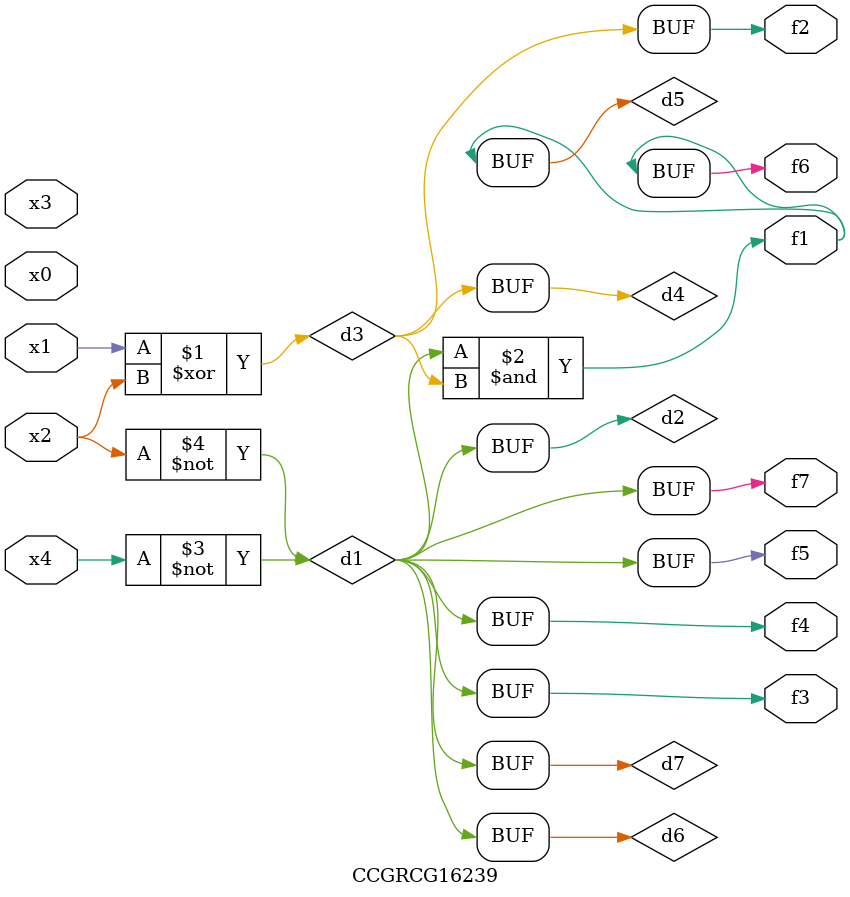
<source format=v>
module CCGRCG16239(
	input x0, x1, x2, x3, x4,
	output f1, f2, f3, f4, f5, f6, f7
);

	wire d1, d2, d3, d4, d5, d6, d7;

	not (d1, x4);
	not (d2, x2);
	xor (d3, x1, x2);
	buf (d4, d3);
	and (d5, d1, d3);
	buf (d6, d1, d2);
	buf (d7, d2);
	assign f1 = d5;
	assign f2 = d4;
	assign f3 = d7;
	assign f4 = d7;
	assign f5 = d7;
	assign f6 = d5;
	assign f7 = d7;
endmodule

</source>
